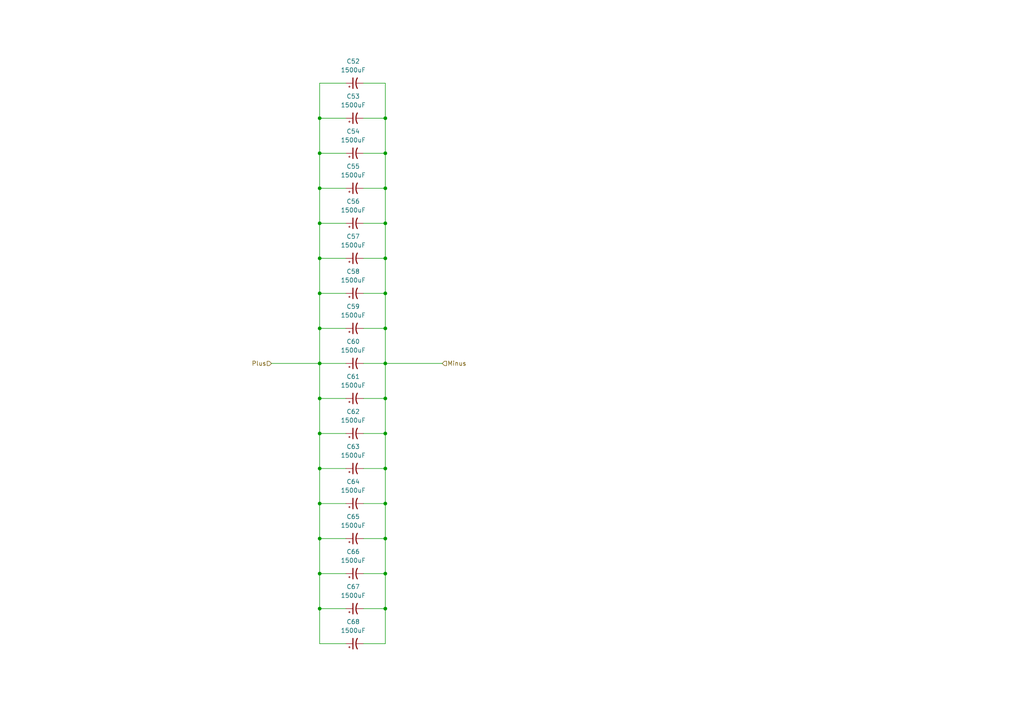
<source format=kicad_sch>
(kicad_sch (version 20250114) (generator "eeschema") (generator_version "9.0")
  (paper "A4")
  (lib_symbols
    (symbol "Device:C_Polarized_Small_US" (pin_numbers (hide yes)) (pin_names (offset 0.254) (hide yes))
      (property "Reference" "C" (at 0.254 1.778 0))
      (property "Value" "C_Polarized_Small_US" (at 0.254 -2.032 0))
      (symbol "C_Polarized_Small_US_0_1"
        (polyline (pts (xy -1.524 0.508) (xy 1.524 0.508)) (stroke (width 0.3048)))
        (polyline (pts (xy -1.27 1.524) (xy -0.762 1.524)))
        (polyline (pts (xy -1.016 1.27) (xy -1.016 1.778)))
        (arc (start -1.524 -0.762) (mid 0 -0.3734) (end 1.524 -0.762) (stroke (width 0.3048)))
      )
      (symbol "C_Polarized_Small_US_1_1"
        (pin passive line (at 0 2.54 270) (length 2.032) (name "~") (number "1"))
        (pin passive line (at 0 -2.54 90) (length 2.032) (name "~") (number "2"))
      )
    )
  )
  (junction (at 92.71 146.05))
  (junction (at 92.71 54.61))
  (junction (at 92.71 176.53))
  (junction (at 111.76 135.89))
  (junction (at 111.76 176.53))
  (junction (at 111.76 74.93))
  (junction (at 92.71 74.93))
  (junction (at 111.76 156.21))
  (junction (at 111.76 95.25))
  (junction (at 92.71 115.57))
  (junction (at 111.76 125.73))
  (junction (at 92.71 95.25))
  (junction (at 92.71 125.73))
  (junction (at 111.76 64.77))
  (junction (at 92.71 135.89))
  (junction (at 111.76 54.61))
  (junction (at 111.76 85.09))
  (junction (at 92.71 85.09))
  (junction (at 92.71 34.29))
  (junction (at 92.71 166.37))
  (junction (at 92.71 44.45))
  (junction (at 111.76 146.05))
  (junction (at 111.76 105.41))
  (junction (at 111.76 44.45))
  (junction (at 92.71 64.77))
  (junction (at 111.76 34.29))
  (junction (at 92.71 156.21))
  (junction (at 92.71 105.41))
  (junction (at 111.76 115.57))
  (junction (at 111.76 166.37))
  (wire (pts (xy 105.41 54.61) (xy 111.76 54.61)))
  (wire (pts (xy 92.71 125.73) (xy 92.71 135.89)))
  (wire (pts (xy 105.41 105.41) (xy 111.76 105.41)))
  (wire (pts (xy 105.41 186.69) (xy 111.76 186.69)))
  (wire (pts (xy 92.71 54.61) (xy 92.71 64.77)))
  (wire (pts (xy 92.71 186.69) (xy 100.33 186.69)))
  (wire (pts (xy 92.71 95.25) (xy 92.71 105.41)))
  (wire (pts (xy 92.71 146.05) (xy 100.33 146.05)))
  (wire (pts (xy 92.71 125.73) (xy 100.33 125.73)))
  (wire (pts (xy 111.76 95.25) (xy 111.76 105.41)))
  (wire (pts (xy 111.76 156.21) (xy 111.76 166.37)))
  (wire (pts (xy 105.41 95.25) (xy 111.76 95.25)))
  (wire (pts (xy 92.71 115.57) (xy 100.33 115.57)))
  (wire (pts (xy 92.71 176.53) (xy 100.33 176.53)))
  (wire (pts (xy 92.71 44.45) (xy 92.71 54.61)))
  (wire (pts (xy 92.71 135.89) (xy 100.33 135.89)))
  (wire (pts (xy 111.76 64.77) (xy 111.76 74.93)))
  (wire (pts (xy 105.41 156.21) (xy 111.76 156.21)))
  (wire (pts (xy 92.71 105.41) (xy 92.71 115.57)))
  (wire (pts (xy 92.71 54.61) (xy 100.33 54.61)))
  (wire (pts (xy 111.76 44.45) (xy 111.76 54.61)))
  (wire (pts (xy 111.76 85.09) (xy 111.76 95.25)))
  (wire (pts (xy 111.76 125.73) (xy 111.76 135.89)))
  (wire (pts (xy 105.41 44.45) (xy 111.76 44.45)))
  (wire (pts (xy 111.76 105.41) (xy 128.27 105.41)))
  (wire (pts (xy 100.33 24.13) (xy 92.71 24.13)))
  (wire (pts (xy 111.76 146.05) (xy 111.76 156.21)))
  (wire (pts (xy 111.76 135.89) (xy 111.76 146.05)))
  (wire (pts (xy 92.71 85.09) (xy 92.71 95.25)))
  (wire (pts (xy 92.71 85.09) (xy 100.33 85.09)))
  (wire (pts (xy 92.71 166.37) (xy 100.33 166.37)))
  (wire (pts (xy 92.71 166.37) (xy 92.71 176.53)))
  (wire (pts (xy 105.41 34.29) (xy 111.76 34.29)))
  (wire (pts (xy 92.71 34.29) (xy 92.71 44.45)))
  (wire (pts (xy 111.76 176.53) (xy 111.76 186.69)))
  (wire (pts (xy 111.76 105.41) (xy 111.76 115.57)))
  (wire (pts (xy 92.71 74.93) (xy 92.71 85.09)))
  (wire (pts (xy 105.41 146.05) (xy 111.76 146.05)))
  (wire (pts (xy 105.41 166.37) (xy 111.76 166.37)))
  (wire (pts (xy 92.71 64.77) (xy 92.71 74.93)))
  (wire (pts (xy 92.71 156.21) (xy 100.33 156.21)))
  (wire (pts (xy 92.71 146.05) (xy 92.71 156.21)))
  (wire (pts (xy 92.71 156.21) (xy 92.71 166.37)))
  (wire (pts (xy 78.74 105.41) (xy 92.71 105.41)))
  (wire (pts (xy 111.76 115.57) (xy 111.76 125.73)))
  (wire (pts (xy 105.41 85.09) (xy 111.76 85.09)))
  (wire (pts (xy 92.71 34.29) (xy 100.33 34.29)))
  (wire (pts (xy 111.76 54.61) (xy 111.76 64.77)))
  (wire (pts (xy 92.71 95.25) (xy 100.33 95.25)))
  (wire (pts (xy 92.71 24.13) (xy 92.71 34.29)))
  (wire (pts (xy 105.41 125.73) (xy 111.76 125.73)))
  (wire (pts (xy 92.71 64.77) (xy 100.33 64.77)))
  (wire (pts (xy 105.41 115.57) (xy 111.76 115.57)))
  (wire (pts (xy 92.71 74.93) (xy 100.33 74.93)))
  (wire (pts (xy 105.41 176.53) (xy 111.76 176.53)))
  (wire (pts (xy 92.71 44.45) (xy 100.33 44.45)))
  (wire (pts (xy 111.76 74.93) (xy 111.76 85.09)))
  (wire (pts (xy 92.71 105.41) (xy 100.33 105.41)))
  (wire (pts (xy 92.71 135.89) (xy 92.71 146.05)))
  (wire (pts (xy 105.41 64.77) (xy 111.76 64.77)))
  (wire (pts (xy 111.76 166.37) (xy 111.76 176.53)))
  (wire (pts (xy 105.41 24.13) (xy 111.76 24.13)))
  (wire (pts (xy 92.71 115.57) (xy 92.71 125.73)))
  (wire (pts (xy 105.41 74.93) (xy 111.76 74.93)))
  (wire (pts (xy 92.71 176.53) (xy 92.71 186.69)))
  (wire (pts (xy 111.76 34.29) (xy 111.76 44.45)))
  (wire (pts (xy 111.76 24.13) (xy 111.76 34.29)))
  (wire (pts (xy 105.41 135.89) (xy 111.76 135.89)))
  (hierarchical_label "Minus" (shape input) (at 128.27 105.41 0))
  (hierarchical_label "Plus" (shape input) (at 78.74 105.41 180))
  (symbol (lib_id "Device:C_Polarized_Small_US") (at 102.87 176.53 90) (unit 1)
    (property "Reference" "C16" (at 102.4382 170.18 90))
    (property "Value" "1500uF" (at 102.4382 172.72 90))
    (property "Description" "Polarized capacitor, small US symbol" (effects (hide yes)))
    (instances (project "red_bank_1" (path "" (reference "C67") (unit 1)) (path "" (reference "C50") (unit 1)) (path "" (reference "C84") (unit 1)) (path "" (reference "C101") (unit 1)) (path "" (reference "C33") (unit 1)) (path "" (reference "C118") (unit 1)) (path "" (reference "C16") (unit 1)) (path "" (reference "C135") (unit 1))))
  )
  (symbol (lib_id "Device:C_Polarized_Small_US") (at 102.87 125.73 90) (unit 1)
    (property "Reference" "C11" (at 102.4382 119.38 90))
    (property "Value" "1500uF" (at 102.4382 121.92 90))
    (property "Description" "Polarized capacitor, small US symbol" (effects (hide yes)))
    (instances (project "red_bank_1" (path "" (reference "C62") (unit 1)) (path "" (reference "C45") (unit 1)) (path "" (reference "C79") (unit 1)) (path "" (reference "C96") (unit 1)) (path "" (reference "C28") (unit 1)) (path "" (reference "C113") (unit 1)) (path "" (reference "C11") (unit 1)) (path "" (reference "C130") (unit 1))))
  )
  (symbol (lib_id "Device:C_Polarized_Small_US") (at 102.87 166.37 90) (unit 1)
    (property "Reference" "C15" (at 102.4382 160.02 90))
    (property "Value" "1500uF" (at 102.4382 162.56 90))
    (property "Description" "Polarized capacitor, small US symbol" (effects (hide yes)))
    (instances (project "red_bank_1" (path "" (reference "C66") (unit 1)) (path "" (reference "C49") (unit 1)) (path "" (reference "C83") (unit 1)) (path "" (reference "C100") (unit 1)) (path "" (reference "C32") (unit 1)) (path "" (reference "C117") (unit 1)) (path "" (reference "C15") (unit 1)) (path "" (reference "C134") (unit 1))))
  )
  (symbol (lib_id "Device:C_Polarized_Small_US") (at 102.87 24.13 90) (unit 1)
    (property "Reference" "C1" (at 102.4382 17.78 90))
    (property "Value" "1500uF" (at 102.4382 20.32 90))
    (property "Description" "Polarized capacitor, small US symbol" (effects (hide yes)))
    (instances (project "red_bank_1" (path "" (reference "C52") (unit 1)) (path "" (reference "C35") (unit 1)) (path "" (reference "C69") (unit 1)) (path "" (reference "C86") (unit 1)) (path "" (reference "C18") (unit 1)) (path "" (reference "C103") (unit 1)) (path "" (reference "C1") (unit 1)) (path "" (reference "C120") (unit 1))))
  )
  (symbol (lib_id "Device:C_Polarized_Small_US") (at 102.87 54.61 90) (unit 1)
    (property "Reference" "C4" (at 102.4382 48.26 90))
    (property "Value" "1500uF" (at 102.4382 50.8 90))
    (property "Description" "Polarized capacitor, small US symbol" (effects (hide yes)))
    (instances (project "red_bank_1" (path "" (reference "C55") (unit 1)) (path "" (reference "C38") (unit 1)) (path "" (reference "C72") (unit 1)) (path "" (reference "C89") (unit 1)) (path "" (reference "C21") (unit 1)) (path "" (reference "C106") (unit 1)) (path "" (reference "C4") (unit 1)) (path "" (reference "C123") (unit 1))))
  )
  (symbol (lib_id "Device:C_Polarized_Small_US") (at 102.87 135.89 90) (unit 1)
    (property "Reference" "C12" (at 102.4382 129.54 90))
    (property "Value" "1500uF" (at 102.4382 132.08 90))
    (property "Description" "Polarized capacitor, small US symbol" (effects (hide yes)))
    (instances (project "red_bank_1" (path "" (reference "C63") (unit 1)) (path "" (reference "C46") (unit 1)) (path "" (reference "C80") (unit 1)) (path "" (reference "C97") (unit 1)) (path "" (reference "C29") (unit 1)) (path "" (reference "C114") (unit 1)) (path "" (reference "C12") (unit 1)) (path "" (reference "C131") (unit 1))))
  )
  (symbol (lib_id "Device:C_Polarized_Small_US") (at 102.87 105.41 90) (unit 1)
    (property "Reference" "C9" (at 102.4382 99.06 90))
    (property "Value" "1500uF" (at 102.4382 101.6 90))
    (property "Description" "Polarized capacitor, small US symbol" (effects (hide yes)))
    (instances (project "red_bank_1" (path "" (reference "C60") (unit 1)) (path "" (reference "C43") (unit 1)) (path "" (reference "C77") (unit 1)) (path "" (reference "C94") (unit 1)) (path "" (reference "C26") (unit 1)) (path "" (reference "C111") (unit 1)) (path "" (reference "C9") (unit 1)) (path "" (reference "C128") (unit 1))))
  )
  (symbol (lib_id "Device:C_Polarized_Small_US") (at 102.87 186.69 90) (unit 1)
    (property "Reference" "C17" (at 102.4382 180.34 90))
    (property "Value" "1500uF" (at 102.4382 182.88 90))
    (property "Description" "Polarized capacitor, small US symbol" (effects (hide yes)))
    (instances (project "red_bank_1" (path "" (reference "C68") (unit 1)) (path "" (reference "C51") (unit 1)) (path "" (reference "C85") (unit 1)) (path "" (reference "C102") (unit 1)) (path "" (reference "C34") (unit 1)) (path "" (reference "C119") (unit 1)) (path "" (reference "C17") (unit 1)) (path "" (reference "C136") (unit 1))))
  )
  (symbol (lib_id "Device:C_Polarized_Small_US") (at 102.87 156.21 90) (unit 1)
    (property "Reference" "C14" (at 102.4382 149.86 90))
    (property "Value" "1500uF" (at 102.4382 152.4 90))
    (property "Description" "Polarized capacitor, small US symbol" (effects (hide yes)))
    (instances (project "red_bank_1" (path "" (reference "C65") (unit 1)) (path "" (reference "C48") (unit 1)) (path "" (reference "C82") (unit 1)) (path "" (reference "C99") (unit 1)) (path "" (reference "C31") (unit 1)) (path "" (reference "C116") (unit 1)) (path "" (reference "C14") (unit 1)) (path "" (reference "C133") (unit 1))))
  )
  (symbol (lib_id "Device:C_Polarized_Small_US") (at 102.87 34.29 90) (unit 1)
    (property "Reference" "C2" (at 102.4382 27.94 90))
    (property "Value" "1500uF" (at 102.4382 30.48 90))
    (property "Description" "Polarized capacitor, small US symbol" (effects (hide yes)))
    (instances (project "red_bank_1" (path "" (reference "C53") (unit 1)) (path "" (reference "C36") (unit 1)) (path "" (reference "C70") (unit 1)) (path "" (reference "C87") (unit 1)) (path "" (reference "C19") (unit 1)) (path "" (reference "C104") (unit 1)) (path "" (reference "C2") (unit 1)) (path "" (reference "C121") (unit 1))))
  )
  (symbol (lib_id "Device:C_Polarized_Small_US") (at 102.87 64.77 90) (unit 1)
    (property "Reference" "C5" (at 102.4382 58.42 90))
    (property "Value" "1500uF" (at 102.4382 60.96 90))
    (property "Description" "Polarized capacitor, small US symbol" (effects (hide yes)))
    (instances (project "red_bank_1" (path "" (reference "C56") (unit 1)) (path "" (reference "C39") (unit 1)) (path "" (reference "C73") (unit 1)) (path "" (reference "C90") (unit 1)) (path "" (reference "C22") (unit 1)) (path "" (reference "C107") (unit 1)) (path "" (reference "C5") (unit 1)) (path "" (reference "C124") (unit 1))))
  )
  (symbol (lib_id "Device:C_Polarized_Small_US") (at 102.87 85.09 90) (unit 1)
    (property "Reference" "C7" (at 102.4382 78.74 90))
    (property "Value" "1500uF" (at 102.4382 81.28 90))
    (property "Description" "Polarized capacitor, small US symbol" (effects (hide yes)))
    (instances (project "red_bank_1" (path "" (reference "C58") (unit 1)) (path "" (reference "C41") (unit 1)) (path "" (reference "C75") (unit 1)) (path "" (reference "C92") (unit 1)) (path "" (reference "C24") (unit 1)) (path "" (reference "C109") (unit 1)) (path "" (reference "C7") (unit 1)) (path "" (reference "C126") (unit 1))))
  )
  (symbol (lib_id "Device:C_Polarized_Small_US") (at 102.87 115.57 90) (unit 1)
    (property "Reference" "C10" (at 102.4382 109.22 90))
    (property "Value" "1500uF" (at 102.4382 111.76 90))
    (property "Description" "Polarized capacitor, small US symbol" (effects (hide yes)))
    (instances (project "red_bank_1" (path "" (reference "C61") (unit 1)) (path "" (reference "C44") (unit 1)) (path "" (reference "C78") (unit 1)) (path "" (reference "C95") (unit 1)) (path "" (reference "C27") (unit 1)) (path "" (reference "C112") (unit 1)) (path "" (reference "C10") (unit 1)) (path "" (reference "C129") (unit 1))))
  )
  (symbol (lib_id "Device:C_Polarized_Small_US") (at 102.87 146.05 90) (unit 1)
    (property "Reference" "C13" (at 102.4382 139.7 90))
    (property "Value" "1500uF" (at 102.4382 142.24 90))
    (property "Description" "Polarized capacitor, small US symbol" (effects (hide yes)))
    (instances (project "red_bank_1" (path "" (reference "C64") (unit 1)) (path "" (reference "C47") (unit 1)) (path "" (reference "C81") (unit 1)) (path "" (reference "C98") (unit 1)) (path "" (reference "C30") (unit 1)) (path "" (reference "C115") (unit 1)) (path "" (reference "C13") (unit 1)) (path "" (reference "C132") (unit 1))))
  )
  (symbol (lib_id "Device:C_Polarized_Small_US") (at 102.87 74.93 90) (unit 1)
    (property "Reference" "C6" (at 102.4382 68.58 90))
    (property "Value" "1500uF" (at 102.4382 71.12 90))
    (property "Description" "Polarized capacitor, small US symbol" (effects (hide yes)))
    (instances (project "red_bank_1" (path "" (reference "C57") (unit 1)) (path "" (reference "C40") (unit 1)) (path "" (reference "C74") (unit 1)) (path "" (reference "C91") (unit 1)) (path "" (reference "C23") (unit 1)) (path "" (reference "C108") (unit 1)) (path "" (reference "C6") (unit 1)) (path "" (reference "C125") (unit 1))))
  )
  (symbol (lib_id "Device:C_Polarized_Small_US") (at 102.87 44.45 90) (unit 1)
    (property "Reference" "C3" (at 102.4382 38.1 90))
    (property "Value" "1500uF" (at 102.4382 40.64 90))
    (property "Description" "Polarized capacitor, small US symbol" (effects (hide yes)))
    (instances (project "red_bank_1" (path "" (reference "C54") (unit 1)) (path "" (reference "C37") (unit 1)) (path "" (reference "C71") (unit 1)) (path "" (reference "C88") (unit 1)) (path "" (reference "C20") (unit 1)) (path "" (reference "C105") (unit 1)) (path "" (reference "C3") (unit 1)) (path "" (reference "C122") (unit 1))))
  )
  (symbol (lib_id "Device:C_Polarized_Small_US") (at 102.87 95.25 90) (unit 1)
    (property "Reference" "C8" (at 102.4382 88.9 90))
    (property "Value" "1500uF" (at 102.4382 91.44 90))
    (property "Description" "Polarized capacitor, small US symbol" (effects (hide yes)))
    (instances (project "red_bank_1" (path "" (reference "C59") (unit 1)) (path "" (reference "C42") (unit 1)) (path "" (reference "C76") (unit 1)) (path "" (reference "C93") (unit 1)) (path "" (reference "C25") (unit 1)) (path "" (reference "C110") (unit 1)) (path "" (reference "C8") (unit 1)) (path "" (reference "C127") (unit 1))))
  )
)
</source>
